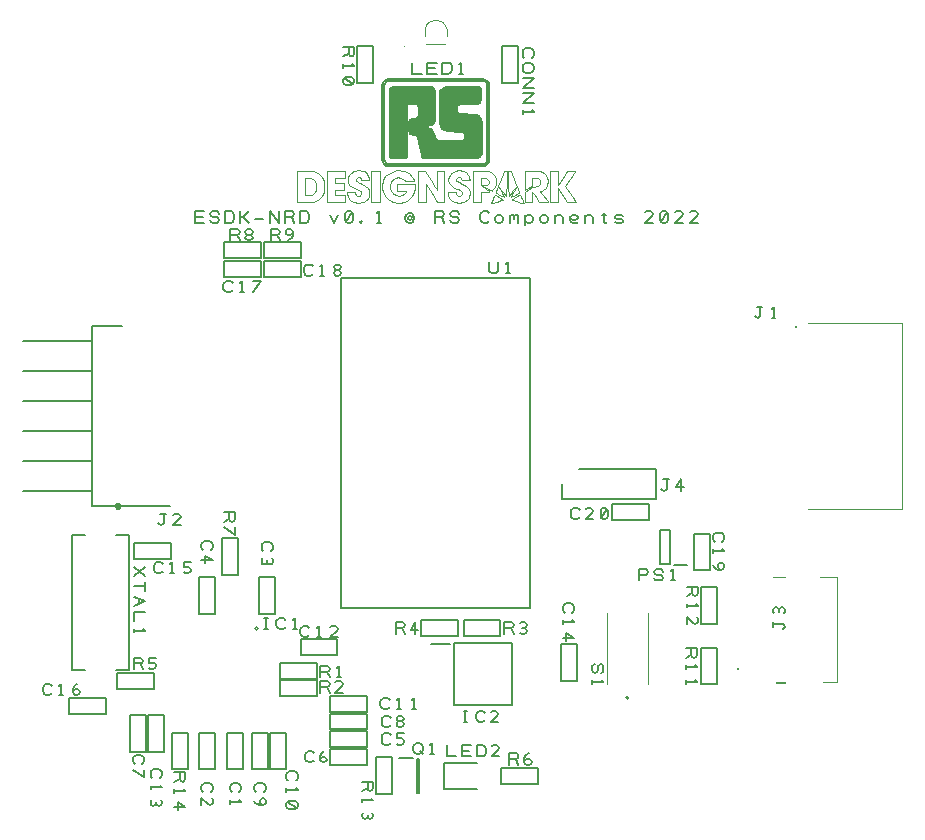
<source format=gbr>
G04 DesignSpark PCB PRO Gerber Version 10.0 Build 5299*
G04 #@! TF.Part,Single*
G04 #@! TF.FileFunction,Legend,Top*
G04 #@! TF.FilePolarity,Positive*
%FSLAX35Y35*%
%MOIN*%
%ADD71C,0.00300*%
%ADD18C,0.00394*%
%ADD17C,0.00500*%
%ADD19C,0.00787*%
%ADD70C,0.00800*%
%ADD20C,0.01575*%
G04 #@! TD.AperFunction*
X0Y0D02*
D02*
D17*
X21879Y45657D02*
X21567Y45344D01*
X20941Y45032D01*
X20004D01*
X19379Y45344D01*
X19067Y45657D01*
X18754Y46282D01*
Y47532D01*
X19067Y48157D01*
X19379Y48470D01*
X20004Y48782D01*
X20941D01*
X21567Y48470D01*
X21879Y48157D01*
X24379Y45032D02*
X25629D01*
X25004D02*
Y48782D01*
X24379Y48157D01*
X28754Y45970D02*
X29067Y46594D01*
X29691Y46907D01*
X30317D01*
X30941Y46594D01*
X31254Y45970D01*
X30941Y45344D01*
X30317Y45032D01*
X29691D01*
X29067Y45344D01*
X28754Y45970D01*
Y46907D01*
X29067Y47844D01*
X29691Y48470D01*
X30317Y48782D01*
X39865Y43989D02*
Y38689D01*
X27565D01*
Y43989D01*
X39865D01*
X49450Y22072D02*
X49138Y22384D01*
X48825Y23009D01*
Y23947D01*
X49138Y24572D01*
X49450Y24884D01*
X50075Y25197D01*
X51325D01*
X51950Y24884D01*
X52263Y24572D01*
X52575Y23947D01*
Y23009D01*
X52263Y22384D01*
X51950Y22072D01*
X48825Y20197D02*
X52575Y17697D01*
Y20197D01*
X47994Y38433D02*
X53294D01*
Y26133D01*
X47994D01*
Y38433D01*
X49219Y87795D02*
X52969Y84670D01*
Y87795D02*
X49219Y84670D01*
Y81233D02*
X52969D01*
Y82795D02*
Y79670D01*
X49219Y77795D02*
X52969Y76233D01*
X49219Y74670D01*
X50781Y77170D02*
Y75295D01*
X52969Y72795D02*
X49219D01*
Y69670D01*
Y67170D02*
Y65920D01*
Y66545D02*
X52969D01*
X52344Y67170D01*
X49069Y53693D02*
Y57443D01*
X51256D01*
X51881Y57131D01*
X52194Y56506D01*
X51881Y55881D01*
X51256Y55569D01*
X49069D01*
X51256D02*
X52194Y53693D01*
X54069Y54006D02*
X54694Y53693D01*
X55631D01*
X56256Y54006D01*
X56569Y54631D01*
Y54943D01*
X56256Y55569D01*
X55631Y55881D01*
X54069D01*
Y57443D01*
X56569D01*
X49218Y90263D02*
Y95563D01*
X61518D01*
Y90263D01*
X49218D01*
X55356Y17347D02*
X55043Y17660D01*
X54731Y18285D01*
Y19222D01*
X55043Y19847D01*
X55356Y20160D01*
X55981Y20472D01*
X57231D01*
X57856Y20160D01*
X58169Y19847D01*
X58481Y19222D01*
Y18285D01*
X58169Y17660D01*
X57856Y17347D01*
X54731Y14847D02*
Y13597D01*
Y14222D02*
X58481D01*
X57856Y14847D01*
X55043Y10160D02*
X54731Y9535D01*
Y8910D01*
X55043Y8285D01*
X55669Y7972D01*
X56293Y8285D01*
X56606Y8910D01*
Y9535D01*
Y8910D02*
X56919Y8285D01*
X57543Y7972D01*
X58169Y8285D01*
X58481Y8910D01*
Y9535D01*
X58169Y10160D01*
X53899Y38433D02*
X59199D01*
Y26133D01*
X53899D01*
Y38433D01*
X58887Y86208D02*
X58574Y85896D01*
X57949Y85583D01*
X57012D01*
X56387Y85896D01*
X56074Y86208D01*
X55762Y86833D01*
Y88083D01*
X56074Y88708D01*
X56387Y89021D01*
X57012Y89333D01*
X57949D01*
X58574Y89021D01*
X58887Y88708D01*
X61387Y85583D02*
X62637D01*
X62012D02*
Y89333D01*
X61387Y88708D01*
X65762Y85896D02*
X66387Y85583D01*
X67324D01*
X67949Y85896D01*
X68262Y86521D01*
Y86833D01*
X67949Y87458D01*
X67324Y87771D01*
X65762D01*
Y89333D01*
X68262D01*
X56006Y52256D02*
Y46956D01*
X43706D01*
Y52256D01*
X56006D01*
X57337Y102350D02*
X57649Y102037D01*
X58274Y101725D01*
X58899Y102037D01*
X59212Y102350D01*
Y105475D01*
X59837D01*
X59212D02*
X57962D01*
X64837Y101725D02*
X62337D01*
X64524Y103913D01*
X64837Y104537D01*
X64524Y105163D01*
X63899Y105475D01*
X62962D01*
X62337Y105163D01*
X62605Y19291D02*
X66355D01*
Y17104D01*
X66043Y16479D01*
X65417Y16166D01*
X64793Y16479D01*
X64480Y17104D01*
Y19291D01*
Y17104D02*
X62605Y16166D01*
Y13666D02*
Y12416D01*
Y13041D02*
X66355D01*
X65730Y13666D01*
X62605Y7729D02*
X66355D01*
X63855Y9291D01*
Y6791D01*
X67073Y20228D02*
X61773D01*
Y32528D01*
X67073D01*
Y20228D01*
X72285Y12623D02*
X71972Y12935D01*
X71660Y13561D01*
Y14498D01*
X71972Y15123D01*
X72285Y15435D01*
X72910Y15748D01*
X74160D01*
X74785Y15435D01*
X75098Y15123D01*
X75410Y14498D01*
Y13561D01*
X75098Y12935D01*
X74785Y12623D01*
X71660Y8248D02*
Y10748D01*
X73848Y8561D01*
X74472Y8248D01*
X75098Y8561D01*
X75410Y9185D01*
Y10123D01*
X75098Y10748D01*
X72285Y93331D02*
X71972Y93644D01*
X71660Y94269D01*
Y95207D01*
X71972Y95831D01*
X72285Y96144D01*
X72910Y96457D01*
X74160D01*
X74785Y96144D01*
X75098Y95831D01*
X75410Y95207D01*
Y94269D01*
X75098Y93644D01*
X74785Y93331D01*
X71660Y89894D02*
X75410D01*
X72910Y91457D01*
Y88957D01*
X70828Y32528D02*
X76128D01*
Y20228D01*
X70828D01*
Y32528D01*
X76128Y72196D02*
X70828D01*
Y84496D01*
X76128D01*
Y72196D01*
X79140Y105906D02*
X82890D01*
Y103718D01*
X82578Y103093D01*
X81953Y102780D01*
X81328Y103093D01*
X81015Y103718D01*
Y105906D01*
Y103718D02*
X79140Y102780D01*
Y100906D02*
X82890Y98406D01*
Y100906D01*
X78702Y97489D02*
X84002D01*
Y85189D01*
X78702D01*
Y97489D01*
X82115Y179909D02*
X81803Y179596D01*
X81178Y179284D01*
X80240D01*
X79615Y179596D01*
X79303Y179909D01*
X78990Y180534D01*
Y181784D01*
X79303Y182409D01*
X79615Y182722D01*
X80240Y183034D01*
X81178D01*
X81803Y182722D01*
X82115Y182409D01*
X84615Y179284D02*
X85865D01*
X85240D02*
Y183034D01*
X84615Y182409D01*
X88990Y179284D02*
X91490Y183034D01*
X88990D01*
X81734Y12623D02*
X81421Y12935D01*
X81109Y13561D01*
Y14498D01*
X81421Y15123D01*
X81734Y15435D01*
X82359Y15748D01*
X83609D01*
X84234Y15435D01*
X84546Y15123D01*
X84859Y14498D01*
Y13561D01*
X84546Y12935D01*
X84234Y12623D01*
X81109Y10123D02*
Y8873D01*
Y9498D02*
X84859D01*
X84234Y10123D01*
X80277Y32528D02*
X85577D01*
Y20228D01*
X80277D01*
Y32528D01*
X81352Y196607D02*
Y200357D01*
X83540D01*
X84165Y200044D01*
X84478Y199419D01*
X84165Y198794D01*
X83540Y198482D01*
X81352D01*
X83540D02*
X84478Y196607D01*
X87290Y198482D02*
X87915D01*
X88540Y198794D01*
X88852Y199419D01*
X88540Y200044D01*
X87915Y200357D01*
X87290D01*
X86665Y200044D01*
X86352Y199419D01*
X86665Y198794D01*
X87290Y198482D01*
X86665Y198169D01*
X86352Y197544D01*
X86665Y196919D01*
X87290Y196607D01*
X87915D01*
X88540Y196919D01*
X88852Y197544D01*
X88540Y198169D01*
X87915Y198482D01*
X90002Y12623D02*
X89689Y12935D01*
X89376Y13561D01*
Y14498D01*
X89689Y15123D01*
X90002Y15435D01*
X90626Y15748D01*
X91876D01*
X92502Y15435D01*
X92814Y15123D01*
X93126Y14498D01*
Y13561D01*
X92814Y12935D01*
X92502Y12623D01*
X89376Y9811D02*
X89689Y9185D01*
X90314Y8561D01*
X91252Y8248D01*
X92189D01*
X92814Y8561D01*
X93126Y9185D01*
Y9811D01*
X92814Y10435D01*
X92189Y10748D01*
X91564Y10435D01*
X91252Y9811D01*
Y9185D01*
X91564Y8561D01*
X92189Y8248D01*
X88545Y32528D02*
X93845D01*
Y20228D01*
X88545D01*
Y32528D01*
X92364Y92938D02*
X92051Y93250D01*
X91739Y93876D01*
Y94813D01*
X92051Y95438D01*
X92364Y95750D01*
X92989Y96063D01*
X94239D01*
X94864Y95750D01*
X95176Y95438D01*
X95489Y94813D01*
Y93876D01*
X95176Y93250D01*
X94864Y92938D01*
X92051Y90750D02*
X91739Y90126D01*
Y89500D01*
X92051Y88876D01*
X92676Y88563D01*
X93301Y88876D01*
X93614Y89500D01*
Y90126D01*
Y89500D02*
X93926Y88876D01*
X94551Y88563D01*
X95176Y88876D01*
X95489Y89500D01*
Y90126D01*
X95176Y90750D01*
X91439Y189658D02*
Y184358D01*
X79139D01*
Y189658D01*
X91439D01*
Y195957D02*
Y190657D01*
X79139D01*
Y195957D01*
X91439D01*
X92526Y67079D02*
X93776D01*
X93151D02*
Y70829D01*
X92526D02*
X93776D01*
X99714Y67704D02*
X99401Y67392D01*
X98776Y67079D01*
X97839D01*
X97214Y67392D01*
X96901Y67704D01*
X96589Y68329D01*
Y69579D01*
X96901Y70204D01*
X97214Y70517D01*
X97839Y70829D01*
X98776D01*
X99401Y70517D01*
X99714Y70204D01*
X102214Y67079D02*
X103464D01*
X102839D02*
Y70829D01*
X102214Y70204D01*
X94450Y32528D02*
X99750D01*
Y20228D01*
X94450D01*
Y32528D01*
X94738Y196607D02*
Y200357D01*
X96926D01*
X97551Y200044D01*
X97863Y199419D01*
X97551Y198794D01*
X96926Y198482D01*
X94738D01*
X96926D02*
X97863Y196607D01*
X100676D02*
X101301Y196919D01*
X101926Y197544D01*
X102238Y198482D01*
Y199419D01*
X101926Y200044D01*
X101301Y200357D01*
X100676D01*
X100051Y200044D01*
X99738Y199419D01*
X100051Y198794D01*
X100676Y198482D01*
X101301D01*
X101926Y198794D01*
X102238Y199419D01*
X96207Y72196D02*
X90907D01*
Y84496D01*
X96207D01*
Y72196D01*
X100631Y16560D02*
X100319Y16872D01*
X100006Y17498D01*
Y18435D01*
X100319Y19060D01*
X100631Y19372D01*
X101256Y19685D01*
X102506D01*
X103131Y19372D01*
X103444Y19060D01*
X103756Y18435D01*
Y17498D01*
X103444Y16872D01*
X103131Y16560D01*
X100006Y14060D02*
Y12810D01*
Y13435D02*
X103756D01*
X103131Y14060D01*
X100319Y9372D02*
X100006Y8748D01*
Y8122D01*
X100319Y7498D01*
X100944Y7185D01*
X102819D01*
X103444Y7498D01*
X103756Y8122D01*
Y8748D01*
X103444Y9372D01*
X102819Y9685D01*
X100944D01*
X100319Y9372D01*
X103444Y7498D01*
X107706Y64948D02*
X107393Y64636D01*
X106768Y64323D01*
X105831D01*
X105206Y64636D01*
X104893Y64948D01*
X104581Y65573D01*
Y66823D01*
X104893Y67448D01*
X105206Y67761D01*
X105831Y68073D01*
X106768D01*
X107393Y67761D01*
X107706Y67448D01*
X110206Y64323D02*
X111456D01*
X110831D02*
Y68073D01*
X110206Y67448D01*
X117081Y64323D02*
X114581D01*
X116768Y66511D01*
X117081Y67136D01*
X116768Y67761D01*
X116143Y68073D01*
X115206D01*
X114581Y67761D01*
X104730Y58374D02*
Y63674D01*
X117030D01*
Y58374D01*
X104730D01*
X104825Y189658D02*
Y184358D01*
X92525D01*
Y189658D01*
X104825D01*
Y195957D02*
Y190657D01*
X92525D01*
Y195957D01*
X104825D01*
X108887Y185421D02*
X108574Y185108D01*
X107949Y184796D01*
X107012D01*
X106387Y185108D01*
X106074Y185421D01*
X105762Y186046D01*
Y187296D01*
X106074Y187921D01*
X106387Y188233D01*
X107012Y188546D01*
X107949D01*
X108574Y188233D01*
X108887Y187921D01*
X111387Y184796D02*
X112637D01*
X112012D02*
Y188546D01*
X111387Y187921D01*
X116699Y186671D02*
X117324D01*
X117949Y186983D01*
X118262Y187608D01*
X117949Y188233D01*
X117324Y188546D01*
X116699D01*
X116074Y188233D01*
X115762Y187608D01*
X116074Y186983D01*
X116699Y186671D01*
X116074Y186358D01*
X115762Y185733D01*
X116074Y185108D01*
X116699Y184796D01*
X117324D01*
X117949Y185108D01*
X118262Y185733D01*
X117949Y186358D01*
X117324Y186671D01*
X109281Y23216D02*
X108968Y22904D01*
X108343Y22591D01*
X107406D01*
X106781Y22904D01*
X106468Y23216D01*
X106156Y23841D01*
Y25091D01*
X106468Y25716D01*
X106781Y26029D01*
X107406Y26341D01*
X108343D01*
X108968Y26029D01*
X109281Y25716D01*
X111156Y23529D02*
X111468Y24154D01*
X112093Y24466D01*
X112718D01*
X113343Y24154D01*
X113656Y23529D01*
X113343Y22904D01*
X112718Y22591D01*
X112093D01*
X111468Y22904D01*
X111156Y23529D01*
Y24466D01*
X111468Y25404D01*
X112093Y26029D01*
X112718Y26341D01*
X110337Y49894D02*
Y44594D01*
X98037D01*
Y49894D01*
X110337D01*
Y55800D02*
Y50500D01*
X98037D01*
Y55800D01*
X110337D01*
X111274Y45819D02*
Y49569D01*
X113461D01*
X114086Y49257D01*
X114399Y48632D01*
X114086Y48007D01*
X113461Y47694D01*
X111274D01*
X113461D02*
X114399Y45819D01*
X118774D02*
X116274D01*
X118461Y48007D01*
X118774Y48632D01*
X118461Y49257D01*
X117836Y49569D01*
X116899D01*
X116274Y49257D01*
X111274Y50937D02*
Y54687D01*
X113461D01*
X114086Y54375D01*
X114399Y53750D01*
X114086Y53125D01*
X113461Y52813D01*
X111274D01*
X113461D02*
X114399Y50937D01*
X116899D02*
X118149D01*
X117524D02*
Y54687D01*
X116899Y54063D01*
X114572Y21759D02*
Y27059D01*
X126872D01*
Y21759D01*
X114572D01*
Y27665D02*
Y32965D01*
X126872D01*
Y27665D01*
X114572D01*
Y33570D02*
Y38870D01*
X126872D01*
Y33570D01*
X114572D01*
Y39476D02*
Y44776D01*
X126872D01*
Y39476D01*
X114572D01*
X118904Y261024D02*
X122654D01*
Y258836D01*
X122342Y258211D01*
X121717Y257898D01*
X121092Y258211D01*
X120779Y258836D01*
Y261024D01*
Y258836D02*
X118904Y257898D01*
Y255398D02*
Y254148D01*
Y254774D02*
X122654D01*
X122029Y255398D01*
X119217Y250711D02*
X118904Y250086D01*
Y249461D01*
X119217Y248836D01*
X119842Y248524D01*
X121717D01*
X122342Y248836D01*
X122654Y249461D01*
Y250086D01*
X122342Y250711D01*
X121717Y251024D01*
X119842D01*
X119217Y250711D01*
X122342Y248836D01*
X118203Y73937D02*
X181195D01*
Y184173D01*
X118203D01*
Y73937D01*
X125203Y16142D02*
X128953D01*
Y13954D01*
X128641Y13329D01*
X128016Y13017D01*
X127391Y13329D01*
X127078Y13954D01*
Y16142D01*
Y13954D02*
X125203Y13017D01*
Y10517D02*
Y9267D01*
Y9892D02*
X128953D01*
X128328Y10517D01*
X125516Y5829D02*
X125203Y5204D01*
Y4579D01*
X125516Y3954D01*
X126141Y3642D01*
X126766Y3954D01*
X127078Y4579D01*
Y5204D01*
Y4579D02*
X127391Y3954D01*
X128016Y3642D01*
X128641Y3954D01*
X128953Y4579D01*
Y5204D01*
X128641Y5829D01*
X128884Y248968D02*
X123584D01*
Y261268D01*
X128884D01*
Y248968D01*
X129883Y24260D02*
X135183D01*
Y11960D01*
X129883D01*
Y24260D01*
X134478Y40933D02*
X134165Y40620D01*
X133540Y40307D01*
X132602D01*
X131978Y40620D01*
X131665Y40933D01*
X131352Y41557D01*
Y42807D01*
X131665Y43433D01*
X131978Y43745D01*
X132602Y44057D01*
X133540D01*
X134165Y43745D01*
X134478Y43433D01*
X136978Y40307D02*
X138228D01*
X137602D02*
Y44057D01*
X136978Y43433D01*
X141978Y40307D02*
X143228D01*
X142602D02*
Y44057D01*
X141978Y43433D01*
X134871Y29122D02*
X134559Y28809D01*
X133933Y28496D01*
X132996D01*
X132371Y28809D01*
X132059Y29122D01*
X131746Y29746D01*
Y30996D01*
X132059Y31622D01*
X132371Y31934D01*
X132996Y32246D01*
X133933D01*
X134559Y31934D01*
X134871Y31622D01*
X136746Y28809D02*
X137371Y28496D01*
X138309D01*
X138933Y28809D01*
X139246Y29434D01*
Y29746D01*
X138933Y30372D01*
X138309Y30684D01*
X136746D01*
Y32246D01*
X139246D01*
X134871Y35027D02*
X134559Y34715D01*
X133933Y34402D01*
X132996D01*
X132371Y34715D01*
X132059Y35027D01*
X131746Y35652D01*
Y36902D01*
X132059Y37527D01*
X132371Y37840D01*
X132996Y38152D01*
X133933D01*
X134559Y37840D01*
X134871Y37527D01*
X137683Y36277D02*
X138309D01*
X138933Y36590D01*
X139246Y37215D01*
X138933Y37840D01*
X138309Y38152D01*
X137683D01*
X137059Y37840D01*
X136746Y37215D01*
X137059Y36590D01*
X137683Y36277D01*
X137059Y35965D01*
X136746Y35340D01*
X137059Y34715D01*
X137683Y34402D01*
X138309D01*
X138933Y34715D01*
X139246Y35340D01*
X138933Y35965D01*
X138309Y36277D01*
X134521Y224923D02*
Y246613D01*
X134596Y247156D01*
X134825Y247549D01*
X135216Y247787D01*
X135776Y247867D01*
X147464D01*
X148409Y247684D01*
X149111Y247196D01*
X149549Y246494D01*
X149700Y245671D01*
Y237082D01*
X149548Y236265D01*
X149131Y235606D01*
X148508Y235146D01*
X147739Y234924D01*
X147072Y234778D01*
X146922Y234616D01*
X146876Y234336D01*
X146918Y234118D01*
X147067Y233974D01*
X147817Y233787D01*
X148211Y233690D01*
X148552Y233478D01*
X148994Y232846D01*
X149856Y230532D01*
X150195Y229919D01*
X150557Y229710D01*
X151151Y229630D01*
X158210D01*
X158783Y229708D01*
X159201Y229934D01*
X159457Y230292D01*
X159544Y230767D01*
Y231630D01*
X159480Y232073D01*
X159269Y232439D01*
X158882Y232694D01*
X158289Y232807D01*
X154014Y233003D01*
X152911Y233288D01*
X152014Y233870D01*
X151411Y234696D01*
X151190Y235709D01*
Y245279D01*
X151352Y246331D01*
X151813Y247078D01*
X152530Y247524D01*
X153465Y247671D01*
X163505D01*
X164104Y247592D01*
X164505Y247357D01*
X164730Y246976D01*
X164800Y246456D01*
Y243239D01*
X164723Y242673D01*
X164481Y242269D01*
X164055Y242026D01*
X163427Y241945D01*
X157975D01*
X157444Y241857D01*
X157078Y241622D01*
X156867Y241283D01*
X156798Y240886D01*
Y239788D01*
X156893Y239386D01*
X157171Y239072D01*
X157626Y238861D01*
X158250Y238768D01*
X162760Y238494D01*
X163719Y238226D01*
X164491Y237616D01*
X165005Y236778D01*
X165192Y235827D01*
Y225982D01*
X165136Y225476D01*
X164979Y225045D01*
X164432Y224399D01*
X163686Y224024D01*
X162878Y223904D01*
X146719D01*
X146159Y223943D01*
X145714Y224100D01*
X145379Y224433D01*
X145150Y225002D01*
X143738Y230767D01*
X143582Y231237D01*
X143341Y231581D01*
X142916Y231793D01*
X142209Y231865D01*
X141721Y231933D01*
X141336Y232140D01*
X141083Y232494D01*
X140993Y233003D01*
Y236023D01*
X141068Y236531D01*
X141302Y236885D01*
X141704Y237093D01*
X142287Y237160D01*
X143071D01*
X143551Y237269D01*
X143880Y237557D01*
X144070Y237971D01*
X144130Y238454D01*
Y240925D01*
X144045Y241395D01*
X143802Y241739D01*
X143419Y241951D01*
X142915Y242024D01*
X140248D01*
Y225041D01*
X140129Y224499D01*
X139826Y224149D01*
X139420Y223960D01*
X138993Y223904D01*
X135737D01*
X135200Y223975D01*
X134820Y224178D01*
X134595Y224499D01*
X134521Y224923D01*
G36*
X134521Y224923D02*
Y246613D01*
X134596Y247156D01*
X134825Y247549D01*
X135216Y247787D01*
X135776Y247867D01*
X147464D01*
X148409Y247684D01*
X149111Y247196D01*
X149549Y246494D01*
X149700Y245671D01*
Y237082D01*
X149548Y236265D01*
X149131Y235606D01*
X148508Y235146D01*
X147739Y234924D01*
X147072Y234778D01*
X146922Y234616D01*
X146876Y234336D01*
X146918Y234118D01*
X147067Y233974D01*
X147817Y233787D01*
X148211Y233690D01*
X148552Y233478D01*
X148994Y232846D01*
X149856Y230532D01*
X150195Y229919D01*
X150557Y229710D01*
X151151Y229630D01*
X158210D01*
X158783Y229708D01*
X159201Y229934D01*
X159457Y230292D01*
X159544Y230767D01*
Y231630D01*
X159480Y232073D01*
X159269Y232439D01*
X158882Y232694D01*
X158289Y232807D01*
X154014Y233003D01*
X152911Y233288D01*
X152014Y233870D01*
X151411Y234696D01*
X151190Y235709D01*
Y245279D01*
X151352Y246331D01*
X151813Y247078D01*
X152530Y247524D01*
X153465Y247671D01*
X163505D01*
X164104Y247592D01*
X164505Y247357D01*
X164730Y246976D01*
X164800Y246456D01*
Y243239D01*
X164723Y242673D01*
X164481Y242269D01*
X164055Y242026D01*
X163427Y241945D01*
X157975D01*
X157444Y241857D01*
X157078Y241622D01*
X156867Y241283D01*
X156798Y240886D01*
Y239788D01*
X156893Y239386D01*
X157171Y239072D01*
X157626Y238861D01*
X158250Y238768D01*
X162760Y238494D01*
X163719Y238226D01*
X164491Y237616D01*
X165005Y236778D01*
X165192Y235827D01*
Y225982D01*
X165136Y225476D01*
X164979Y225045D01*
X164432Y224399D01*
X163686Y224024D01*
X162878Y223904D01*
X146719D01*
X146159Y223943D01*
X145714Y224100D01*
X145379Y224433D01*
X145150Y225002D01*
X143738Y230767D01*
X143582Y231237D01*
X143341Y231581D01*
X142916Y231793D01*
X142209Y231865D01*
X141721Y231933D01*
X141336Y232140D01*
X141083Y232494D01*
X140993Y233003D01*
Y236023D01*
X141068Y236531D01*
X141302Y236885D01*
X141704Y237093D01*
X142287Y237160D01*
X143071D01*
X143551Y237269D01*
X143880Y237557D01*
X144070Y237971D01*
X144130Y238454D01*
Y240925D01*
X144045Y241395D01*
X143802Y241739D01*
X143419Y241951D01*
X142915Y242024D01*
X140248D01*
Y225041D01*
X140129Y224499D01*
X139826Y224149D01*
X139420Y223960D01*
X138993Y223904D01*
X135737D01*
X135200Y223975D01*
X134820Y224178D01*
X134595Y224499D01*
X134521Y224923D01*
G37*
X136470Y65504D02*
Y69254D01*
X138658D01*
X139283Y68942D01*
X139596Y68317D01*
X139283Y67692D01*
X138658Y67380D01*
X136470D01*
X138658D02*
X139596Y65504D01*
X143033D02*
Y69254D01*
X141470Y66754D01*
X143970D01*
X141982Y255869D02*
Y252119D01*
X145107D01*
X146982D02*
Y255869D01*
X150107D01*
X149482Y253994D02*
X146982D01*
Y252119D02*
X150107D01*
X151982D02*
Y255869D01*
X153857D01*
X154482Y255556D01*
X154795Y255244D01*
X155107Y254619D01*
Y253369D01*
X154795Y252744D01*
X154482Y252431D01*
X153857Y252119D01*
X151982D01*
X157607D02*
X158857D01*
X158232D02*
Y255869D01*
X157607Y255244D01*
X142376Y26597D02*
Y27847D01*
X142689Y28472D01*
X143001Y28785D01*
X143626Y29097D01*
X144251D01*
X144876Y28785D01*
X145189Y28472D01*
X145501Y27847D01*
Y26597D01*
X145189Y25972D01*
X144876Y25659D01*
X144251Y25347D01*
X143626D01*
X143001Y25659D01*
X142689Y25972D01*
X142376Y26597D01*
X144563Y26285D02*
X145501Y25347D01*
X148001D02*
X149251D01*
X148626D02*
Y29097D01*
X148001Y28472D01*
X144887Y64673D02*
Y69973D01*
X157187D01*
Y64673D01*
X144887D01*
X153400Y28309D02*
Y24559D01*
X156525D01*
X158400D02*
Y28309D01*
X161525D01*
X160900Y26435D02*
X158400D01*
Y24559D02*
X161525D01*
X163400D02*
Y28309D01*
X165275D01*
X165900Y27997D01*
X166212Y27685D01*
X166525Y27059D01*
Y25809D01*
X166212Y25185D01*
X165900Y24872D01*
X165275Y24559D01*
X163400D01*
X170900D02*
X168400D01*
X170587Y26747D01*
X170900Y27372D01*
X170587Y27997D01*
X169962Y28309D01*
X169025D01*
X168400Y27997D01*
X69581Y202512D02*
Y206262D01*
X72706D01*
X72081Y204387D02*
X69581D01*
Y202512D02*
X72706D01*
X74581Y203450D02*
X74893Y202825D01*
X75518Y202512D01*
X76768D01*
X77393Y202825D01*
X77706Y203450D01*
X77393Y204075D01*
X76768Y204387D01*
X75518D01*
X74893Y204700D01*
X74581Y205325D01*
X74893Y205950D01*
X75518Y206262D01*
X76768D01*
X77393Y205950D01*
X77706Y205325D01*
X79581Y202512D02*
Y206262D01*
X81456D01*
X82081Y205950D01*
X82393Y205637D01*
X82706Y205012D01*
Y203762D01*
X82393Y203137D01*
X82081Y202825D01*
X81456Y202512D01*
X79581D01*
X84581D02*
Y206262D01*
Y204387D02*
X85518D01*
X87706Y206262D01*
X85518Y204387D02*
X87706Y202512D01*
X89581Y203762D02*
X92081D01*
X94581Y202512D02*
Y206262D01*
X97706Y202512D01*
Y206262D01*
X99581Y202512D02*
Y206262D01*
X101768D01*
X102393Y205950D01*
X102706Y205325D01*
X102393Y204700D01*
X101768Y204387D01*
X99581D01*
X101768D02*
X102706Y202512D01*
X104581D02*
Y206262D01*
X106456D01*
X107081Y205950D01*
X107393Y205637D01*
X107706Y205012D01*
Y203762D01*
X107393Y203137D01*
X107081Y202825D01*
X106456Y202512D01*
X104581D01*
X114581Y205012D02*
X115831Y202512D01*
X117081Y205012D01*
X119893Y202825D02*
X120518Y202512D01*
X121143D01*
X121768Y202825D01*
X122081Y203450D01*
Y205325D01*
X121768Y205950D01*
X121143Y206262D01*
X120518D01*
X119893Y205950D01*
X119581Y205325D01*
Y203450D01*
X119893Y202825D01*
X121768Y205950D01*
X124893Y202512D02*
X125206Y202825D01*
X124893Y203137D01*
X124581Y202825D01*
X124893Y202512D01*
X130206D02*
X131456D01*
X130831D02*
Y206262D01*
X130206Y205637D01*
X139581Y203762D02*
Y204075D01*
X139893Y205012D01*
X140206Y205325D01*
X140831Y205637D01*
X141456D01*
X142081Y205325D01*
X142393Y205012D01*
X142706Y204075D01*
Y203762D01*
X142393Y203137D01*
X142081Y202825D01*
X141456Y202512D01*
X140831D01*
X140206Y202825D01*
X139893Y203137D01*
X139581Y203762D01*
X141768D02*
X141143Y203450D01*
X140518Y203762D01*
Y204387D01*
X141143Y204700D01*
X141768Y204387D01*
X149581Y202512D02*
Y206262D01*
X151768D01*
X152393Y205950D01*
X152706Y205325D01*
X152393Y204700D01*
X151768Y204387D01*
X149581D01*
X151768D02*
X152706Y202512D01*
X154581Y203450D02*
X154893Y202825D01*
X155518Y202512D01*
X156768D01*
X157393Y202825D01*
X157706Y203450D01*
X157393Y204075D01*
X156768Y204387D01*
X155518D01*
X154893Y204700D01*
X154581Y205325D01*
X154893Y205950D01*
X155518Y206262D01*
X156768D01*
X157393Y205950D01*
X157706Y205325D01*
X167706Y203137D02*
X167393Y202825D01*
X166768Y202512D01*
X165831D01*
X165206Y202825D01*
X164893Y203137D01*
X164581Y203762D01*
Y205012D01*
X164893Y205637D01*
X165206Y205950D01*
X165831Y206262D01*
X166768D01*
X167393Y205950D01*
X167706Y205637D01*
X169581Y203450D02*
X169893Y202825D01*
X170518Y202512D01*
X171143D01*
X171768Y202825D01*
X172081Y203450D01*
Y204075D01*
X171768Y204700D01*
X171143Y205012D01*
X170518D01*
X169893Y204700D01*
X169581Y204075D01*
Y203450D01*
X174581Y202512D02*
Y205012D01*
Y204700D02*
X174893Y205012D01*
X175518D01*
X175831Y204700D01*
Y203762D01*
Y204700D02*
X176143Y205012D01*
X176768D01*
X177081Y204700D01*
Y202512D01*
X179581Y205012D02*
Y201575D01*
Y203450D02*
X179893Y202825D01*
X180518Y202512D01*
X181143D01*
X181768Y202825D01*
X182081Y203450D01*
Y204075D01*
X181768Y204700D01*
X181143Y205012D01*
X180518D01*
X179893Y204700D01*
X179581Y204075D01*
Y203450D01*
X184581D02*
X184893Y202825D01*
X185518Y202512D01*
X186143D01*
X186768Y202825D01*
X187081Y203450D01*
Y204075D01*
X186768Y204700D01*
X186143Y205012D01*
X185518D01*
X184893Y204700D01*
X184581Y204075D01*
Y203450D01*
X189581Y202512D02*
Y205012D01*
Y204075D02*
X189893Y204700D01*
X190518Y205012D01*
X191143D01*
X191768Y204700D01*
X192081Y204075D01*
Y202512D01*
X197081Y202825D02*
X196768Y202512D01*
X196143D01*
X195518D01*
X194893Y202825D01*
X194581Y203450D01*
Y204387D01*
X194893Y204700D01*
X195518Y205012D01*
X196143D01*
X196768Y204700D01*
X197081Y204387D01*
Y204075D01*
X196768Y203762D01*
X196143Y203450D01*
X195518D01*
X194893Y203762D01*
X194581Y204075D01*
X199581Y202512D02*
Y205012D01*
Y204075D02*
X199893Y204700D01*
X200518Y205012D01*
X201143D01*
X201768Y204700D01*
X202081Y204075D01*
Y202512D01*
X205102Y205012D02*
X206560D01*
X205831Y205637D02*
Y202825D01*
X206143Y202512D01*
X206456D01*
X206768Y202825D01*
X209581D02*
X210206Y202512D01*
X211456D01*
X212081Y202825D01*
Y203450D01*
X211456Y203762D01*
X210206D01*
X209581Y204075D01*
Y204700D01*
X210206Y205012D01*
X211456D01*
X212081Y204700D01*
X222081Y202512D02*
X219581D01*
X221768Y204700D01*
X222081Y205325D01*
X221768Y205950D01*
X221143Y206262D01*
X220206D01*
X219581Y205950D01*
X224893Y202825D02*
X225518Y202512D01*
X226143D01*
X226768Y202825D01*
X227081Y203450D01*
Y205325D01*
X226768Y205950D01*
X226143Y206262D01*
X225518D01*
X224893Y205950D01*
X224581Y205325D01*
Y203450D01*
X224893Y202825D01*
X226768Y205950D01*
X232081Y202512D02*
X229581D01*
X231768Y204700D01*
X232081Y205325D01*
X231768Y205950D01*
X231143Y206262D01*
X230206D01*
X229581Y205950D01*
X237081Y202512D02*
X234581D01*
X236768Y204700D01*
X237081Y205325D01*
X236768Y205950D01*
X236143Y206262D01*
X235206D01*
X234581Y205950D01*
X159061Y35977D02*
X160311D01*
X159687D02*
Y39727D01*
X159061D02*
X160311D01*
X166249Y36602D02*
X165937Y36289D01*
X165311Y35977D01*
X164374D01*
X163749Y36289D01*
X163437Y36602D01*
X163124Y37227D01*
Y38477D01*
X163437Y39102D01*
X163749Y39415D01*
X164374Y39727D01*
X165311D01*
X165937Y39415D01*
X166249Y39102D01*
X170624Y35977D02*
X168124D01*
X170311Y38165D01*
X170624Y38789D01*
X170311Y39415D01*
X169687Y39727D01*
X168749D01*
X168124Y39415D01*
X167573Y189333D02*
Y186521D01*
X167885Y185896D01*
X168510Y185583D01*
X169760D01*
X170385Y185896D01*
X170698Y186521D01*
Y189333D01*
X173198Y185583D02*
X174448D01*
X173823D02*
Y189333D01*
X173198Y188708D01*
X171361Y69973D02*
Y64673D01*
X159061D01*
Y69973D01*
X171361D01*
X171659Y15460D02*
Y20760D01*
X183959D01*
Y15460D01*
X171659D01*
X172691Y65504D02*
Y69254D01*
X174878D01*
X175504Y68942D01*
X175816Y68317D01*
X175504Y67692D01*
X174878Y67380D01*
X172691D01*
X174878D02*
X175816Y65504D01*
X178004Y65817D02*
X178628Y65504D01*
X179254D01*
X179878Y65817D01*
X180191Y66442D01*
X179878Y67067D01*
X179254Y67380D01*
X178628D01*
X179254D02*
X179878Y67692D01*
X180191Y68317D01*
X179878Y68942D01*
X179254Y69254D01*
X178628D01*
X178004Y68942D01*
X174266Y21804D02*
Y25554D01*
X176453D01*
X177078Y25241D01*
X177391Y24616D01*
X177078Y23991D01*
X176453Y23679D01*
X174266D01*
X176453D02*
X177391Y21804D01*
X179266Y22741D02*
X179578Y23366D01*
X180203Y23679D01*
X180828D01*
X181453Y23366D01*
X181766Y22741D01*
X181453Y22116D01*
X180828Y21804D01*
X180203D01*
X179578Y22116D01*
X179266Y22741D01*
Y23679D01*
X179578Y24616D01*
X180203Y25241D01*
X180828Y25554D01*
X177309Y248968D02*
X172009D01*
Y261268D01*
X177309D01*
Y248968D01*
X179372Y257505D02*
X179059Y257817D01*
X178746Y258443D01*
Y259380D01*
X179059Y260005D01*
X179372Y260317D01*
X179996Y260630D01*
X181246D01*
X181872Y260317D01*
X182184Y260005D01*
X182496Y259380D01*
Y258443D01*
X182184Y257817D01*
X181872Y257505D01*
X179996Y255630D02*
X181246D01*
X181872Y255317D01*
X182184Y255005D01*
X182496Y254380D01*
Y253755D01*
X182184Y253130D01*
X181872Y252817D01*
X181246Y252505D01*
X179996D01*
X179372Y252817D01*
X179059Y253130D01*
X178746Y253755D01*
Y254380D01*
X179059Y255005D01*
X179372Y255317D01*
X179996Y255630D01*
X178746Y250630D02*
X182496D01*
X178746Y247505D01*
X182496D01*
X178746Y245630D02*
X182496D01*
X178746Y242505D01*
X182496D01*
X178746Y240005D02*
Y238755D01*
Y239380D02*
X182496D01*
X181872Y240005D01*
X192757Y72465D02*
X192445Y72778D01*
X192132Y73403D01*
Y74341D01*
X192445Y74965D01*
X192757Y75278D01*
X193382Y75591D01*
X194632D01*
X195257Y75278D01*
X195570Y74965D01*
X195882Y74341D01*
Y73403D01*
X195570Y72778D01*
X195257Y72465D01*
X192132Y69965D02*
Y68715D01*
Y69341D02*
X195882D01*
X195257Y69965D01*
X192132Y64028D02*
X195882D01*
X193382Y65591D01*
Y63091D01*
X191694Y62056D02*
X196994D01*
Y49756D01*
X191694D01*
Y62056D01*
X197863Y104319D02*
X197551Y104006D01*
X196926Y103693D01*
X195988D01*
X195363Y104006D01*
X195051Y104319D01*
X194738Y104943D01*
Y106193D01*
X195051Y106819D01*
X195363Y107131D01*
X195988Y107443D01*
X196926D01*
X197551Y107131D01*
X197863Y106819D01*
X202238Y103693D02*
X199738D01*
X201926Y105881D01*
X202238Y106506D01*
X201926Y107131D01*
X201301Y107443D01*
X200363D01*
X199738Y107131D01*
X205051Y104006D02*
X205676Y103693D01*
X206301D01*
X206926Y104006D01*
X207238Y104631D01*
Y106506D01*
X206926Y107131D01*
X206301Y107443D01*
X205676D01*
X205051Y107131D01*
X204738Y106506D01*
Y104631D01*
X205051Y104006D01*
X206926Y107131D01*
X202913Y55512D02*
X202287Y55199D01*
X201975Y54574D01*
Y53324D01*
X202287Y52699D01*
X202913Y52387D01*
X203537Y52699D01*
X203850Y53324D01*
Y54574D01*
X204163Y55199D01*
X204787Y55512D01*
X205413Y55199D01*
X205725Y54574D01*
Y53324D01*
X205413Y52699D01*
X204787Y52387D01*
X201975Y49887D02*
Y48637D01*
Y49262D02*
X205725D01*
X205100Y49887D01*
X208667Y103256D02*
Y108556D01*
X220967D01*
Y103256D01*
X208667D01*
X217573Y83221D02*
Y86971D01*
X219760D01*
X220385Y86659D01*
X220698Y86033D01*
X220385Y85409D01*
X219760Y85096D01*
X217573D01*
X222573Y84159D02*
X222885Y83533D01*
X223510Y83221D01*
X224760D01*
X225385Y83533D01*
X225698Y84159D01*
X225385Y84783D01*
X224760Y85096D01*
X223510D01*
X222885Y85409D01*
X222573Y86033D01*
X222885Y86659D01*
X223510Y86971D01*
X224760D01*
X225385Y86659D01*
X225698Y86033D01*
X228198Y83221D02*
X229448D01*
X228823D02*
Y86971D01*
X228198Y86346D01*
X225053Y113767D02*
X225366Y113455D01*
X225991Y113142D01*
X226616Y113455D01*
X226928Y113767D01*
Y116892D01*
X227553D01*
X226928D02*
X225678D01*
X231616Y113142D02*
Y116892D01*
X230053Y114392D01*
X232553D01*
X233077Y60630D02*
X236827D01*
Y58443D01*
X236515Y57817D01*
X235890Y57505D01*
X235265Y57817D01*
X234952Y58443D01*
Y60630D01*
Y58443D02*
X233077Y57505D01*
Y55005D02*
Y53755D01*
Y54380D02*
X236827D01*
X236202Y55005D01*
X233077Y50005D02*
Y48755D01*
Y49380D02*
X236827D01*
X236202Y50005D01*
X233471Y81102D02*
X237221D01*
Y78915D01*
X236909Y78290D01*
X236283Y77977D01*
X235659Y78290D01*
X235346Y78915D01*
Y81102D01*
Y78915D02*
X233471Y77977D01*
Y75477D02*
Y74227D01*
Y74852D02*
X237221D01*
X236596Y75477D01*
X233471Y68602D02*
Y71102D01*
X235659Y68915D01*
X236283Y68602D01*
X236909Y68915D01*
X237221Y69540D01*
Y70477D01*
X236909Y71102D01*
X238151Y60874D02*
X243451D01*
Y48574D01*
X238151D01*
Y60874D01*
Y80953D02*
X243451D01*
Y68653D01*
X238151D01*
Y80953D01*
X241089Y86567D02*
X235789D01*
Y98867D01*
X241089D01*
Y86567D01*
X242757Y96087D02*
X242445Y96400D01*
X242132Y97025D01*
Y97963D01*
X242445Y98587D01*
X242757Y98900D01*
X243382Y99213D01*
X244632D01*
X245257Y98900D01*
X245570Y98587D01*
X245882Y97963D01*
Y97025D01*
X245570Y96400D01*
X245257Y96087D01*
X242132Y93587D02*
Y92337D01*
Y92963D02*
X245882D01*
X245257Y93587D01*
X242132Y88275D02*
X242445Y87650D01*
X243070Y87025D01*
X244007Y86713D01*
X244945D01*
X245570Y87025D01*
X245882Y87650D01*
Y88275D01*
X245570Y88900D01*
X244945Y89213D01*
X244320Y88900D01*
X244007Y88275D01*
Y87650D01*
X244320Y87025D01*
X244945Y86713D01*
X256156Y171248D02*
X256468Y170935D01*
X257093Y170622D01*
X257718Y170935D01*
X258031Y171248D01*
Y174372D01*
X258656D01*
X258031D02*
X256781D01*
X261781Y170622D02*
X263031D01*
X262406D02*
Y174372D01*
X261781Y173748D01*
X265475Y66929D02*
X265787Y67242D01*
X266100Y67867D01*
X265787Y68492D01*
X265475Y68804D01*
X262350D01*
Y69429D01*
Y68804D02*
Y67554D01*
X265787Y72242D02*
X266100Y72867D01*
Y73492D01*
X265787Y74117D01*
X265162Y74429D01*
X264537Y74117D01*
X264225Y73492D01*
Y72867D01*
Y73492D02*
X263912Y74117D01*
X263287Y74429D01*
X262662Y74117D01*
X262350Y73492D01*
Y72867D01*
X262662Y72242D01*
D02*
D18*
X139419Y261220D02*
G75*
G02*
X139238I-91J0D01*
G01*
X139419D02*
G75*
G02*
X139238I-91J0D01*
G01*
G75*
G02*
X139419I91J0D01*
G01*
X146116Y264665D02*
X146313Y267126D01*
X146707Y262205D02*
X153006D01*
X153400Y267126D02*
X153596Y264665D01*
X153400Y267128D02*
G75*
G03*
X146313Y267127I-3543J-644D01*
G01*
X206746Y48819D02*
Y72441D01*
X220526Y48819D02*
Y72441D01*
X262258Y84528D02*
X266195D01*
X262258D02*
X266195D01*
X263242Y49331D02*
Y49213D01*
X266195D01*
Y49331D01*
X263242D01*
X266195Y84528D02*
X273774Y169193D02*
X305309D01*
Y107185D01*
X273774D01*
X278006Y84528D02*
X278990Y49331D02*
X283624D01*
Y84528D01*
X278006D01*
X278990Y49331D02*
X283624D01*
Y84528D01*
X278006D01*
X278990Y49331D02*
X283624D02*
Y84528D02*
D02*
D19*
X32927Y98425D02*
X28596D01*
Y53543D01*
X32927D01*
X35289Y113189D02*
X12297D01*
X35289Y123189D02*
X12297D01*
X35289Y133189D02*
X12297D01*
X35289Y143189D02*
X12297D01*
X35289Y153189D02*
X12297D01*
X35289Y163189D02*
X12297D01*
X43163Y98425D02*
X47494D01*
Y53543D01*
X43163D01*
X61274Y108189D02*
X35289D01*
Y168189D01*
X45289D01*
X90014Y66831D02*
G75*
G02*
Y67618I0J394D01*
G01*
Y66831D02*
G75*
G02*
Y67618I0J394D01*
G01*
G75*
G02*
Y66831I0J-394D01*
G01*
X137455Y24154D02*
X142179D01*
X143557Y23819D02*
X144344D01*
Y12402D01*
X143557D01*
Y23819D01*
X148183Y62126D02*
X154679D01*
X156057Y62362D02*
X175152D01*
Y41575D01*
X156057D01*
Y62362D01*
X163439Y22539D02*
X152711D01*
Y13681D01*
X163439D01*
X191805Y115354D02*
Y110354D01*
X223183D01*
Y120354D01*
X197494D01*
X213242Y44094D02*
X214030D02*
G75*
G03*
X213242I-394J0D01*
G01*
X214030D02*
G75*
G02*
X213242I-394J0D01*
G01*
X227907Y88583D02*
X224561D01*
Y100000D01*
X227907D01*
Y88583D01*
X233419Y88386D02*
X229285D01*
X250644Y53543D02*
G75*
G03*
Y53937I0J197D01*
G01*
Y53543D02*
G75*
G02*
Y53937I0J197D01*
G01*
Y53543D02*
Y53937D02*
G75*
G02*
Y53543I0J-197D01*
G01*
X269935Y167913D02*
G75*
G02*
Y167520I0J-197D01*
G01*
Y167913D02*
G75*
G02*
Y167520I0J-197D01*
G01*
G75*
G02*
Y167913I0J197D01*
G01*
D02*
D70*
X165466Y221265D02*
X166341Y221442D01*
X167055Y221923D01*
X167536Y222637D01*
X167713Y223511D01*
Y248142D01*
X167536Y249016D01*
X167055Y249730D01*
X166341Y250212D01*
X165466Y250388D01*
X134247D01*
X133372Y250212D01*
X132658Y249730D01*
X132177Y249016D01*
X132000Y248142D01*
Y223511D01*
X132177Y222637D01*
X132658Y221923D01*
X133372Y221442D01*
X134247Y221265D01*
X165466D01*
X167019Y248143D02*
X166897Y248747D01*
X166565Y249241D01*
X166071Y249573D01*
X165466Y249695D01*
X134247D01*
X133642Y249573D01*
X133148Y249241D01*
X132816Y248747D01*
X132694Y248143D01*
Y223512D01*
X132816Y222907D01*
X133148Y222414D01*
X133642Y222081D01*
X134247Y221959D01*
X165466D01*
X166071Y222081D01*
X166564Y222414D01*
X166897Y222907D01*
X167019Y223512D01*
Y248143D01*
D02*
D71*
X103618Y209361D02*
Y219786D01*
X106271Y219744D01*
X106628Y219738D01*
X107699Y219715D01*
X108584Y219671D01*
X109130Y219596D01*
X109441Y219510D01*
X109542Y219472D01*
X109894Y219342D01*
X110876Y218733D01*
X111844Y217647D01*
X112434Y216235D01*
X112634Y214947D01*
Y214096D01*
X112452Y212833D01*
X111904Y211478D01*
X110976Y210435D01*
X110007Y209828D01*
X109659Y209690D01*
X109558Y209650D01*
X109245Y209552D01*
X108715Y209472D01*
X107822Y209429D01*
X106699Y209406D01*
X106326Y209400D01*
X103618Y209361D01*
X108266Y211795D02*
X108448Y211845D01*
X108965Y212107D01*
X109472Y212614D01*
X109794Y213326D01*
X109926Y214021D01*
X109939Y214254D01*
X109957Y214608D01*
X109823Y215678D01*
X109294Y216681D01*
X108339Y217275D01*
X107296Y217470D01*
X106352D01*
Y211674D01*
X107091Y211675D01*
X107254D01*
X107741Y211711D01*
X108205Y211779D01*
X108266Y211795D01*
X113680Y209378D02*
Y219767D01*
X119475D01*
Y217476D01*
X117863Y217446D01*
X116250Y217415D01*
X116218Y216623D01*
X116185Y215830D01*
X119367D01*
Y213424D01*
X116186D01*
X116218Y212576D01*
X116250Y211729D01*
X117863Y211698D01*
X119475Y211668D01*
Y209378D01*
X113680D01*
X122728Y209271D02*
X122465Y209337D01*
X121722Y209706D01*
X120936Y210408D01*
X120424Y211314D01*
X120241Y212092D01*
Y212768D01*
X121730D01*
X122283Y212763D01*
X122680Y212735D01*
X122855Y212661D01*
X122910Y212558D01*
X122921Y212522D01*
X122965Y212367D01*
X123188Y211834D01*
X123474Y211535D01*
X123550Y211496D01*
X123624Y211457D01*
X123879Y211394D01*
X124194Y211416D01*
X124478Y211539D01*
X124713Y211743D01*
X124878Y212007D01*
X124958Y212309D01*
X124934Y212628D01*
X124835Y212873D01*
X124787Y212943D01*
X124765Y212974D01*
X124624Y213075D01*
X124296Y213267D01*
X123852Y213496D01*
X123468Y213677D01*
X123338Y213733D01*
X122982Y213889D01*
X121946Y214433D01*
X121052Y215128D01*
X120573Y215904D01*
X120432Y216613D01*
Y217067D01*
X120544Y217726D01*
X120891Y218467D01*
X121478Y219085D01*
X122097Y219489D01*
X122319Y219593D01*
X122420Y219641D01*
X122731Y219775D01*
X123083Y219876D01*
X123491Y219921D01*
X123925Y219930D01*
X124208D01*
X124626Y219919D01*
X125029Y219878D01*
X125361Y219793D01*
X125625Y219688D01*
X125710Y219648D01*
X125895Y219561D01*
X126416Y219220D01*
X126957Y218678D01*
X127326Y218025D01*
X127497Y217460D01*
X127523Y217267D01*
X127596Y216704D01*
X124961D01*
X124835Y217089D01*
X124797Y217200D01*
X124523Y217556D01*
X124078Y217689D01*
X123815D01*
X123468Y217541D01*
X123162Y217181D01*
X123076Y216741D01*
X123199Y216417D01*
X123276Y216348D01*
X123302Y216324D01*
X123461Y216228D01*
X123823Y216028D01*
X124311Y215776D01*
X124731Y215569D01*
X124872Y215500D01*
X125220Y215333D01*
X126237Y214764D01*
X127078Y214065D01*
X127504Y213278D01*
X127620Y212526D01*
Y212276D01*
X127619Y212038D01*
X127510Y211327D01*
X127180Y210550D01*
X126620Y209929D01*
X126034Y209546D01*
X125824Y209452D01*
X125683Y209390D01*
X125200Y209293D01*
X124327Y209200D01*
X123429Y209189D01*
X122896Y209228D01*
X122728Y209271D01*
X128334Y209378D02*
Y219767D01*
X131069D01*
Y209378D01*
X128334D01*
X135891Y209332D02*
X135618Y209406D01*
X134831Y209746D01*
X133888Y210376D01*
X133090Y211201D01*
X132593Y211933D01*
X132464Y212193D01*
X132397Y212329D01*
X132206Y212739D01*
X132062Y213156D01*
X131993Y213612D01*
X131965Y214107D01*
X131960Y214271D01*
X131950Y214511D01*
X131971Y215228D01*
X132089Y216041D01*
X132330Y216762D01*
X132598Y217283D01*
X132704Y217446D01*
X133042Y217967D01*
X134559Y219206D01*
X136924Y219939D01*
X139401Y219613D01*
X141150Y218652D01*
X141593Y218195D01*
X141685Y218100D01*
X141928Y217777D01*
X142276Y217234D01*
X142549Y216718D01*
X142660Y216465D01*
Y216359D01*
X142275Y216297D01*
X141461Y216267D01*
X139719D01*
X139431Y216644D01*
X139308Y216805D01*
X138806Y217181D01*
X137985Y217501D01*
X137095Y217576D01*
X136453Y217463D01*
X136263Y217375D01*
X136131Y217316D01*
X135772Y217066D01*
X135325Y216625D01*
X134961Y216102D01*
X134766Y215690D01*
X134724Y215545D01*
X134658Y215319D01*
X134595Y214597D01*
X134723Y213643D01*
X135080Y212780D01*
X135476Y212248D01*
X135641Y212110D01*
X135841Y211944D01*
X136579Y211611D01*
X137622Y211497D01*
X138633Y211757D01*
X139304Y212190D01*
X139472Y212382D01*
X139555Y212477D01*
X139782Y212781D01*
X139752Y212995D01*
X139284Y213081D01*
X138534Y213096D01*
X136756D01*
Y215283D01*
X142988D01*
Y214181D01*
X142694Y212830D01*
X141873Y211267D01*
X140610Y210061D01*
X139416Y209437D01*
X138993Y209326D01*
X138819Y209281D01*
X138281Y209210D01*
X137437Y209173D01*
X136594Y209213D01*
X136062Y209286D01*
X135891Y209332D01*
X143973Y209378D02*
Y219774D01*
X145142Y219743D01*
X146311Y219712D01*
X148254Y216554D01*
X148444Y216246D01*
X149013Y215323D01*
X149647Y214304D01*
X150087Y213604D01*
X150258Y213338D01*
X150269Y213328D01*
X150290Y213559D01*
X150295Y214236D01*
X150285Y215256D01*
X150267Y216199D01*
X150260Y216513D01*
X150180Y219767D01*
X152722D01*
Y209370D01*
X150370Y209432D01*
X148456Y212488D01*
X146542Y215544D01*
X146485Y209378D01*
X143973D01*
X156484Y209265D02*
X156202Y209326D01*
X155393Y209679D01*
X154550Y210371D01*
X154007Y211282D01*
X153815Y212083D01*
Y212768D01*
X156413D01*
X156481Y212341D01*
X156496Y212245D01*
X156615Y211968D01*
X156863Y211650D01*
X157185Y211430D01*
X157446Y211346D01*
X157613D01*
X157852Y211428D01*
X158133Y211590D01*
X158181Y211629D01*
X158248Y211687D01*
X158450Y211942D01*
X158518Y212244D01*
Y212442D01*
X158456Y212732D01*
X158221Y213050D01*
X157737Y213366D01*
X157135Y213655D01*
X156931Y213744D01*
X156612Y213883D01*
X155682Y214356D01*
X154833Y214947D01*
X154308Y215591D01*
X154070Y216160D01*
X154028Y216356D01*
X153991Y216532D01*
X153971Y217079D01*
X154113Y217768D01*
X154448Y218409D01*
X154826Y218858D01*
X154971Y218985D01*
X155230Y219213D01*
X156194Y219683D01*
X157610Y219919D01*
X158999Y219693D01*
X159910Y219230D01*
X160144Y219002D01*
X160286Y218865D01*
X160758Y218214D01*
X160984Y217476D01*
X161003Y217294D01*
X161064Y216704D01*
X158567D01*
X158351Y217169D01*
X158310Y217255D01*
X158106Y217552D01*
X157856Y217710D01*
X157793Y217728D01*
X157675Y217761D01*
X157285Y217725D01*
X156859Y217487D01*
X156604Y217094D01*
X156572Y216734D01*
X156608Y216630D01*
X156625Y216580D01*
X156726Y216442D01*
X157001Y216225D01*
X157511Y215929D01*
X158129Y215606D01*
X158336Y215502D01*
X158709Y215314D01*
X159795Y214677D01*
X160667Y213919D01*
X161067Y213076D01*
X161134Y212269D01*
X161116Y212002D01*
X161109Y211897D01*
X161016Y211363D01*
X160869Y210905D01*
X160835Y210838D01*
X160776Y210724D01*
X160544Y210406D01*
X160143Y210003D01*
X159678Y209665D01*
X159315Y209474D01*
X159188Y209429D01*
X159048Y209380D01*
X158602Y209296D01*
X157849Y209218D01*
X157090Y209204D01*
X156631Y209234D01*
X156484Y209265D01*
X162237Y209378D02*
Y219792D01*
X164780Y219743D01*
X165123Y219736D01*
X166156Y219709D01*
X167005Y219663D01*
X167529Y219583D01*
X167835Y219493D01*
X167934Y219454D01*
X168122Y219382D01*
X168939Y218814D01*
X169567Y217996D01*
X169661Y217798D01*
X169701Y217713D01*
X169807Y217453D01*
X169894Y217128D01*
X169934Y216741D01*
X169944Y216344D01*
Y216212D01*
X169943Y216081D01*
X169931Y215687D01*
X169889Y215298D01*
X169802Y214968D01*
X169697Y214705D01*
X169658Y214620D01*
X169601Y214499D01*
X169387Y214157D01*
X169034Y213698D01*
X168689Y213346D01*
X168504Y213206D01*
X168399D01*
X168270Y213273D01*
X167881Y213454D01*
X167331Y213724D01*
X166843Y213970D01*
X166681Y214052D01*
X165025Y214900D01*
X165940Y214959D01*
X166068Y214968D01*
X166453Y215002D01*
X166767Y215063D01*
X166974Y215176D01*
X167125Y215320D01*
X167170Y215371D01*
X167231Y215440D01*
X167419Y215750D01*
X167485Y216087D01*
Y216345D01*
X167373Y216781D01*
X167022Y217174D01*
X166404Y217398D01*
X165718Y217470D01*
X165489D01*
X164752Y217471D01*
Y214897D01*
X166331Y213915D01*
X166481Y213821D01*
X166937Y213535D01*
X167367Y213249D01*
X167619Y213042D01*
X167689Y212899D01*
X167573Y212807D01*
X167270Y212750D01*
X166776Y212714D01*
X166261Y212692D01*
X166091Y212684D01*
X164752Y212632D01*
Y209378D01*
X162237D01*
X168394Y209296D02*
X168415Y209345D01*
X168622Y209852D01*
X168904Y210547D01*
X168961Y210689D01*
X169019Y210832D01*
X169282Y211451D01*
X169450Y211809D01*
X169461Y211820D01*
X169471Y211833D01*
X169600Y211787D01*
X169923Y211629D01*
X170381Y211371D01*
X170790Y211124D01*
X170926Y211039D01*
X172311Y210164D01*
X171948Y210051D01*
X171829Y210013D01*
X171472Y209902D01*
X170913Y209729D01*
X170313Y209544D01*
X169719Y209364D01*
X169175Y209200D01*
X168726Y209065D01*
X168419Y208974D01*
X168326Y208940D01*
X168296D01*
X168305Y209044D01*
X168374Y209248D01*
X168394Y209296D01*
X171176Y211735D02*
X171040Y211804D01*
X170635Y212021D01*
X170191Y212276D01*
X169892Y212472D01*
X169781Y212554D01*
Y212664D01*
X169893Y212911D01*
X170197Y213706D01*
X170646Y214848D01*
X171057Y215876D01*
X171196Y216216D01*
X172610Y219712D01*
X173068Y219746D01*
X173525Y219780D01*
X173446Y216028D01*
X173437Y215657D01*
X173409Y214539D01*
X173369Y213258D01*
X173330Y212322D01*
X173306Y211923D01*
X173296Y211866D01*
X173227Y211457D01*
X172135Y212832D01*
X172028Y212967D01*
X171703Y213371D01*
X171333Y213823D01*
X171065Y214139D01*
X170954Y214264D01*
X170939Y214272D01*
X170987Y214096D01*
X171193Y213684D01*
X171251Y213579D01*
X171402Y213307D01*
X171852Y212485D01*
X172284Y211681D01*
X172539Y211189D01*
X172609Y211024D01*
X172604Y211025D01*
X172483Y211082D01*
X172172Y211235D01*
X171720Y211461D01*
X171312Y211667D01*
X171176Y211735D01*
X175265Y211975D02*
X175329Y212092D01*
X175712Y212783D01*
X176080Y213436D01*
X176135Y213533D01*
X176191Y213631D01*
X176407Y214049D01*
X176502Y214284D01*
X176490Y214296D01*
X176420D01*
X176416Y214290D01*
X176411Y214284D01*
X176310Y214158D01*
X176051Y213833D01*
X175677Y213365D01*
X175340Y212941D01*
X175227Y212800D01*
X174075Y211357D01*
X174005Y214550D01*
X173997Y214880D01*
X173972Y215870D01*
X173934Y217103D01*
X173899Y218111D01*
X173876Y218616D01*
X173868Y218755D01*
X173802Y219767D01*
X174765D01*
X176225Y216154D01*
X176366Y215804D01*
X176787Y214749D01*
X177243Y213591D01*
X177544Y212803D01*
X177648Y212508D01*
X177643Y212503D01*
X177624Y212486D01*
X177504Y212424D01*
X177185Y212258D01*
X176746Y212037D01*
X176248Y211789D01*
X175750Y211545D01*
X175313Y211332D01*
X174996Y211184D01*
X174894Y211127D01*
X174861D01*
X174953Y211377D01*
X175200Y211859D01*
X175265Y211975D01*
X177077Y209538D02*
X176898Y209595D01*
X176359Y209767D01*
X175767Y209960D01*
X175357Y210099D01*
X175202Y210156D01*
X175196Y210161D01*
X175286Y210245D01*
X175566Y210443D01*
X175992Y210725D01*
X176387Y210978D01*
X176520Y211060D01*
X176652Y211143D01*
X177052Y211390D01*
X177496Y211655D01*
X177801Y211826D01*
X177919Y211883D01*
X177924Y211877D01*
X177941Y211859D01*
X177993Y211738D01*
X178132Y211416D01*
X178318Y210970D01*
X178526Y210464D01*
X178730Y209957D01*
X178906Y209508D01*
X179031Y209181D01*
X179077Y209071D01*
Y209018D01*
X179053Y208968D01*
X178847Y208995D01*
X178255Y209169D01*
X177371Y209446D01*
X177077Y209538D01*
X179406Y209378D02*
Y212861D01*
X180756Y213689D01*
X180947Y213808D01*
X181528Y214155D01*
X182012Y214403D01*
X182374Y214500D01*
X182681Y214517D01*
X182930D01*
X183371Y214564D01*
X183784Y214654D01*
X183836Y214675D01*
X183963Y214728D01*
X184294Y215017D01*
X184574Y215530D01*
X184647Y216126D01*
X184552Y216586D01*
X184483Y216718D01*
X184422Y216837D01*
X183821Y217269D01*
X182887Y217468D01*
X182659D01*
X181922Y217470D01*
Y214628D01*
X180720Y214026D01*
X180603Y213967D01*
X180249Y213793D01*
X179855Y213601D01*
X179579Y213472D01*
X179492Y213424D01*
X179456D01*
X179441Y213676D01*
X179422Y214359D01*
X179411Y215371D01*
X179406Y216298D01*
Y219790D01*
X181894Y219741D01*
X182314Y219733D01*
X183578Y219684D01*
X184656Y219567D01*
X185357Y219344D01*
X185784Y219078D01*
X185912Y218973D01*
X186172Y218759D01*
X186757Y217880D01*
X187126Y216522D01*
X186996Y215116D01*
X186572Y214142D01*
X186354Y213883D01*
X186283Y213800D01*
X186029Y213590D01*
X185590Y213300D01*
X185150Y213076D01*
X184904Y212987D01*
X184780D01*
X184656Y212901D01*
Y212830D01*
X184758Y212699D01*
X185041Y212313D01*
X185457Y211770D01*
X185839Y211287D01*
X185968Y211127D01*
X186095Y210969D01*
X186478Y210490D01*
X186894Y209958D01*
X187176Y209588D01*
X187280Y209475D01*
Y209427D01*
X186852Y209395D01*
X186083Y209378D01*
X184374D01*
X183250Y210961D01*
X183139Y211117D01*
X182805Y211581D01*
X182425Y212098D01*
X182151Y212459D01*
X182038Y212599D01*
X182024Y212607D01*
X181949Y212204D01*
X181922Y211319D01*
Y209378D01*
X179406D01*
X188045Y209377D02*
Y219767D01*
X190666D01*
X190695Y217402D01*
X190725Y215036D01*
X192201Y217398D01*
X193678Y219762D01*
X195017Y219764D01*
X195201Y219765D01*
X195963Y219750D01*
X196357Y219721D01*
Y219656D01*
X196224Y219489D01*
X195861Y218928D01*
X195324Y218111D01*
X194832Y217370D01*
X194668Y217123D01*
X192978Y214589D01*
X193174Y214307D01*
X193200Y214269D01*
X193370Y214026D01*
X193761Y213466D01*
X194290Y212710D01*
X194747Y212056D01*
X194899Y211839D01*
X195049Y211624D01*
X195500Y210979D01*
X196003Y210254D01*
X196357Y209741D01*
X196497Y209534D01*
X196509Y209515D01*
X196513Y209506D01*
X196477Y209448D01*
X196258Y209407D01*
X195807Y209384D01*
X195261Y209378D01*
X193568D01*
X190725Y213904D01*
X190695Y211641D01*
X190666Y209377D01*
X188045D01*
D02*
D20*
X43990Y107398D02*
G75*
G02*
Y108389I0J496D01*
G01*
Y107398D02*
G75*
G02*
Y108389I0J496D01*
G01*
G75*
G02*
Y107398I0J-496D01*
G01*
X0Y0D02*
M02*

</source>
